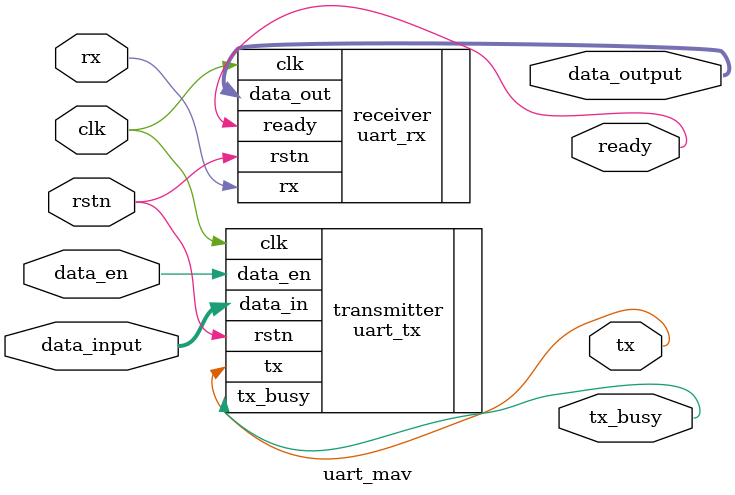
<source format=v>
module uart_mav #(
	parameter CLOCKS_PER_PULSE = 5208,
    parameter TX_DATA_WIDTH = 8,
	parameter RX_DATA_WIDTH = 8
)
(
	input [TX_DATA_WIDTH - 1:0] data_input,
	input data_en,
	input clk,
	input rstn,
	output tx,
	output tx_busy,
	input rx,
	output ready,
    output [RX_DATA_WIDTH -1:0] data_output
);


	uart_tx #(
		.CLOCKS_PER_PULSE(CLOCKS_PER_PULSE),
		.DATA_WIDTH(TX_DATA_WIDTH)
	) transmitter (
		.data_in(data_input),
		.data_en(data_en),
		.clk(clk),
		.rstn(rstn),
		.tx(tx),
		.tx_busy(tx_busy)
	);
	
	uart_rx #(
		.CLOCKS_PER_PULSE(CLOCKS_PER_PULSE),
		.DATA_WIDTH(RX_DATA_WIDTH)
	) receiver (
		.clk(clk),
		.rstn(rstn),
		.rx(rx),
		.ready(ready),
		.data_out(data_output)
	);	
	
	
endmodule
</source>
